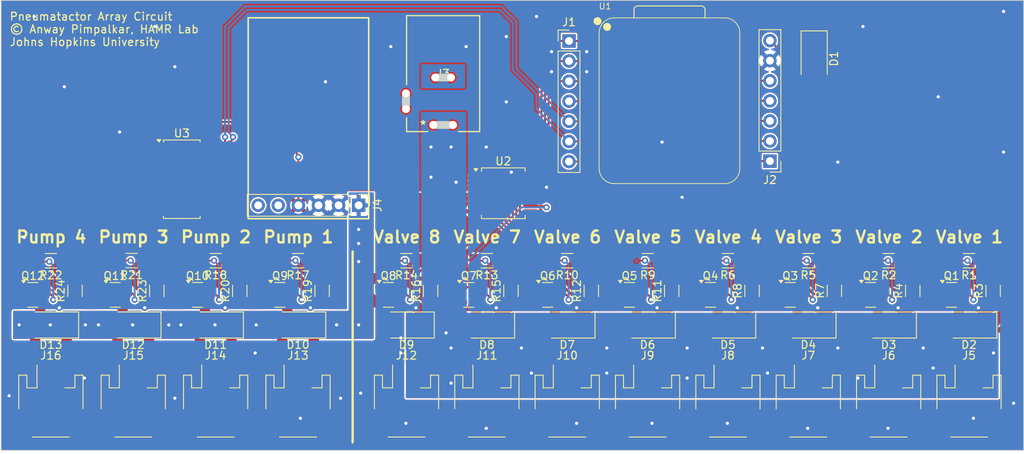
<source format=kicad_pcb>
(kicad_pcb (version 20241229) (generator "pcbnew") (generator_version "9.0")
  (layers (0 "F.Cu" signal) (2 "B.Cu" signal) (13 "F.Paste" user) (15 "B.Paste" user) (5 "F.SilkS" user "F.Silkscreen") (7 "B.SilkS" user "B.Silkscreen") (1 "F.Mask" user) (3 "B.Mask" user) (25 "Edge.Cuts" user))
  (net 0 "")
  (net 1 "5V")
  (net 2 "Net-(D3-A)")
  (net 3 "3.7V")
  (net 4 "GND")
  (net 5 "Net-(D5-A)")
  (net 6 "Net-(D6-A)")
  (net 7 "Net-(D7-A)")
  (net 8 "RCLK")
  (net 9 "SER")
  (net 10 "Net-(J1-Pin_4)")
  (net 11 "SDA")
  (net 12 "SCL")
  (net 13 "Net-(J1-Pin_7)")
  (net 14 "SRCLK")
  (net 15 "Net-(J2-Pin_1)")
  (net 16 "3V3")
  (net 17 "Net-(J2-Pin_3)")
  (net 18 "Net-(J2-Pin_4)")
  (net 19 "Net-(J2-Pin_2)")
  (net 20 "Net-(Q3-S)")
  (net 21 "Net-(Q3-G)")
  (net 22 "Net-(Q4-S)")
  (net 23 "Net-(Q4-G)")
  (net 24 "Net-(Q5-G)")
  (net 25 "Net-(Q5-S)")
  (net 26 "Net-(Q6-G)")
  (net 27 "Net-(Q6-S)")
  (net 28 "QA")
  (net 29 "QC")
  (net 30 "QE")
  (net 31 "QG")
  (net 32 "QB")
  (net 33 "QD")
  (net 34 "QF")
  (net 35 "QH")
  (net 36 "PWM0")
  (net 37 "PWM1")
  (net 38 "PWM2")
  (net 39 "PWM3")
  (net 40 "Net-(D1-K)")
  (net 41 "Net-(D2-A)")
  (net 42 "Net-(D4-A)")
  (net 43 "Net-(D8-A)")
  (net 44 "Net-(D9-A)")
  (net 45 "Net-(D10-A)")
  (net 46 "Net-(D11-A)")
  (net 47 "Net-(D12-A)")
  (net 48 "Net-(D13-A)")
  (net 52 "Net-(Q1-G)")
  (net 53 "Net-(Q1-S)")
  (net 54 "Net-(Q2-G)")
  (net 55 "Net-(Q2-S)")
  (net 56 "Net-(Q7-S)")
  (net 57 "Net-(Q7-G)")
  (net 58 "Net-(Q8-S)")
  (net 59 "Net-(Q8-G)")
  (net 60 "Net-(Q9-G)")
  (net 61 "Net-(Q9-S)")
  (net 62 "Net-(Q10-G)")
  (net 63 "Net-(Q10-S)")
  (net 64 "Net-(Q11-S)")
  (net 65 "Net-(Q11-G)")
  (net 66 "Net-(Q12-G)")
  (net 67 "Net-(Q12-S)")
  (footprint "Resistor_SMD:R_1206_3216Metric_Pad1.30x1.75mm_HandSolder" (layer "F.Cu") (at 78.434892 59.637892 90)
    (property "Reference" "R15")
    (property "Value" "10k")
  )
  (footprint "Connector_JST:JST_PH_S2B-PH-SM4-TB_1x02-1MP_P2.00mm_Horizontal" (layer "F.Cu") (at 65.226892 73.607892)
    (property "Reference" "J12")
    (property "Value" "Valve_1")
  )
  (footprint "Diode_SMD:D_SMA" (layer "F.Cu") (at 126.186892 63.955892 180)
    (property "Reference" "D3")
    (property "Value" "1N5819")
  )
  (footprint "Diode_SMD:D_SMA" (layer "F.Cu") (at 95.706892 63.955892 180)
    (property "Reference" "D6")
    (property "Value" "1N5819")
  )
  (footprint "Connector_JST:JST_PH_S2B-PH-SM4-TB_1x02-1MP_P2.00mm_Horizontal" (layer "F.Cu") (at 136.346892 73.607892)
    (property "Reference" "J5")
    (property "Value" "Valve_1")
  )
  (footprint "Package_TO_SOT_SMD:SOT-23" (layer "F.Cu") (at 73.100892 60.145892)
    (property "Reference" "Q7")
    (property "Value" "IRLML2060")
  )
  (footprint "Resistor_SMD:R_1206_3216Metric_Pad1.30x1.75mm_HandSolder" (layer "F.Cu") (at 126.186892 55.827892 180)
    (property "Reference" "R2")
    (property "Value" "220")
  )
  (footprint "Resistor_SMD:R_1206_3216Metric_Pad1.30x1.75mm_HandSolder" (layer "F.Cu") (at 65.226892 55.827892 180)
    (property "Reference" "R14")
    (property "Value" "220")
  )
  (footprint "Connector_JST:JST_PH_S2B-PH-SM4-TB_1x02-1MP_P2.00mm_Horizontal" (layer "F.Cu") (at 95.706892 73.607892)
    (property "Reference" "J9")
    (property "Value" "Valve_1")
  )
  (footprint "Diode_SMD:D_SMA" (layer "F.Cu") (at 41.096892 63.955892 180)
    (property "Reference" "D11")
    (property "Value" "1N5819")
  )
  (footprint "Connector_JST:JST_PH_S2B-PH-SM4-TB_1x02-1MP_P2.00mm_Horizontal" (layer "F.Cu") (at 20.268892 73.607892)
    (property "Reference" "J16")
    (property "Value" "Pump")
  )
  (footprint "Package_TO_SOT_SMD:SOT-23" (layer "F.Cu") (at 62.940892 60.145892)
    (property "Reference" "Q8")
    (property "Value" "IRLML2060")
  )
  (footprint "Connector_JST:JST_PH_S2B-PH-SM4-TB_1x02-1MP_P2.00mm_Horizontal" (layer "F.Cu") (at 126.186892 73.607892)
    (property "Reference" "J6")
    (property "Value" "Valve_1")
  )
  (footprint "Connector_PinHeader_2.54mm:PinHeader_1x06_P2.54mm_Vertical" (layer "F.Cu") (at 59.178892 48.821892 -90)
    (property "Reference" "J4")
    (property "Value" "Pololu 4873")
  )
  (footprint "Connector_JST:JST_PH_S2B-PH-SM4-TB_1x02-1MP_P2.00mm_Horizontal" (layer "F.Cu") (at 75.386892 73.607892)
    (property "Reference" "J11")
    (property "Value" "Valve_1")
  )
  (footprint "Resistor_SMD:R_1206_3216Metric_Pad1.30x1.75mm_HandSolder" (layer "F.Cu") (at 98.754892 59.637892 90)
    (property "Reference" "R11")
    (property "Value" "10k")
  )
  (footprint "XIAO-ESP32S3:XIAO-ESP32S3-SMD" (layer "F.Cu") (at 98.482256 35.613892)
    (property "Reference" "U1")
    (property "Value" "SeeeduinoXIAO")
  )
  (footprint "Resistor_SMD:R_1206_3216Metric_Pad1.30x1.75mm_HandSolder" (layer "F.Cu") (at 116.026892 55.827892 180)
    (property "Reference" "R5")
    (property "Value" "220")
  )
  (footprint "Diode_SMD:D_SMA" (layer "F.Cu") (at 116.770256 30.279892 -90)
    (property "Reference" "D1")
    (property "Value" "1N5819")
  )
  (footprint "Resistor_SMD:R_1206_3216Metric_Pad1.30x1.75mm_HandSolder" (layer "F.Cu") (at 88.594892 59.637892 90)
    (property "Reference" "R12")
    (property "Value" "10k")
  )
  (footprint "Diode_SMD:D_SMA" (layer "F.Cu") (at 105.866892 63.955892 180)
    (property "Reference" "D5")
    (property "Value" "1N5819")
  )
  (footprint "Connector_JST:JST_PH_S2B-PH-SM4-TB_1x02-1MP_P2.00mm_Horizontal" (layer "F.Cu") (at 85.546892 73.607892)
    (property "Reference" "J10")
    (property "Value" "Valve_1")
  )
  (footprint "Diode_SMD:D_SMA" (layer "F.Cu") (at 116.026892 63.955892 180)
    (property "Reference" "D4")
    (property "Value" "1N5819")
  )
  (footprint "Resistor_SMD:R_1206_3216Metric_Pad1.30x1.75mm_HandSolder" (layer "F.Cu") (at 129.234892 59.637892 90)
    (property "Reference" "R4")
    (property "Value" "10k")
  )
  (footprint "Resistor_SMD:R_1206_3216Metric_Pad1.30x1.75mm_HandSolder" (layer "F.Cu") (at 119.328892 59.637892 90)
    (property "Reference" "R7")
    (property "Value" "10k")
  )
  (footprint "Package_TO_SOT_SMD:SOT-23" (layer "F.Cu") (at 49.224892 60.145892)
    (property "Reference" "Q9")
    (property "Value" "IRLML2060")
  )
  (footprint "Package_TO_SOT_SMD:SOT-23" (layer "F.Cu") (at 83.085392 60.145892)
    (property "Reference" "Q6")
    (property "Value" "IRLML2060")
  )
  (footprint "Resistor_SMD:R_1206_3216Metric_Pad1.30x1.75mm_HandSolder" (layer "F.Cu") (at 54.558892 59.637892 90)
    (property "Reference" "R19")
    (property "Value" "10k")
  )
  (footprint "Connector_PinHeader_2.54mm:PinHeader_1x07_P2.54mm_Vertical" (layer "F.Cu") (at 85.775892 28.044892)
    (property "Reference" "J1")
    (property "Value" "Conn_01x07_Pin")
  )
  (footprint "Package_TO_SOT_SMD:SOT-23" (layer "F.Cu") (at 38.810892 60.145892)
    (property "Reference" "Q10")
    (property "Value" "IRLML2060")
  )
  (footprint "Connector_JST:JST_PH_S2B-PH-SM4-TB_1x02-1MP_P2.00mm_Horizontal" (layer "F.Cu") (at 116.026892 73.607892)
    (property "Reference" "J7")
    (property "Value" "Valve_1")
  )
  (footprint "Diode_SMD:D_SMA" (layer "F.Cu") (at 20.268892 63.955892 180)
    (property "Reference" "D13")
    (property "Value" "1N5819")
  )
  (footprint "Connector_JST:JST_PH_S2B-PH-SM4-TB_1x02-1MP_P2.00mm_Horizontal" (layer "F.Cu") (at 105.866892 73.607892)
    (property "Reference" "J8")
    (property "Value" "Valve_1")
  )
  (footprint "Resistor_SMD:R_1206_3216Metric_Pad1.30x1.75mm_HandSolder" (layer "F.Cu") (at 85.546892 55.827892 180)
    (property "Reference" "R10")
    (property "Value" "220")
  )
  (footprint "Connector_PinHeader_2.54mm:PinHeader_1x07_P2.54mm_Vertical" (layer "F.Cu") (at 111.175892 43.233892 180)
    (property "Reference" "J2")
    (property "Value" "Conn_01x07_Pin")
  )
  (footprint "Resistor_SMD:R_1206_3216Metric_Pad1.30x1.75mm_HandSolder" (layer "F.Cu") (at 108.914892 59.637892 90)
    (property "Reference" "R8")
    (property "Value" "10k")
  )
  (footprint "Package_TO_SOT_SMD:SOT-23" (layer "F.Cu") (at 113.740892 60.145892)
    (property "Reference" "Q3")
    (property "Value" "IRLML2060")
  )
  (footprint "Resistor_SMD:R_1206_3216Metric_Pad1.30x1.75mm_HandSolder" (layer "F.Cu") (at 20.268892 55.827892 180)
    (property "Reference" "R22")
    (property "Value" "220")
  )
  (footprint "Resistor_SMD:R_1206_3216Metric_Pad1.30x1.75mm_HandSolder" (layer "F.Cu") (at 23.316892 59.637892 90)
    (property "Reference" "R24")
    (property "Value" "10k")
  )
  (footprint "Resistor_SMD:R_1206_3216Metric_Pad1.30x1.75mm_HandSolder" (layer "F.Cu") (at 51.510892 55.827892 180)
    (property "Reference" "R17")
    (property "Value" "220")
  )
  (footprint "Diode_SMD:D_SMA" (layer "F.Cu") (at 30.682892 63.955892 180)
    (property "Reference" "D12")
    (property "Value" "1N5819")
  )
  (footprint "Resistor_SMD:R_1206_3216Metric_Pad1.30x1.75mm_HandSolder" (layer "F.Cu") (at 75.386892 55.827892 180)
    (property "Reference" "R13")
    (property "Value" "220")
  )
  (footprint "Package_TO_SOT_SMD:SOT-23" (layer "F.Cu") (at 93.420892 60.145892)
    (property "Reference" "Q5")
    (property "Value" "IRLML2060")
  )
  (footprint "Resistor_SMD:R_1206_3216Metric_Pad1.30x1.75mm_HandSolder" (layer "F.Cu") (at 68.274892 59.637892 90)
    (property "Reference" "R16")
    (property "Value" "10k")
  )
  (footprint "Diode_SMD:D_SMA" (layer "F.Cu") (at 136.346892 63.955892 180)
    (property "Reference" "D2")
    (property "Value" "1N5819")
  )
  (footprint "Resistor_SMD:R_1206_3216Metric_Pad1.30x1.75mm_HandSolder" (layer "F.Cu") (at 41.096892 55.827892 180)
    (property "Reference" "R18")
    (property "Value" "220")
  )
  (footprint "Diode_SMD:D_SMA" (layer "F.Cu") (at 85.546892 63.955892 180)
    (property "Reference" "D7")
    (property "Value" "1N5819")
  )
  (footprint "Resistor_SMD:R_1206_3216Metric_Pad1.30x1.75mm_HandSolder" (layer "F.Cu") (at 136.346892 55.827892 180)
    (property "Reference" "R1")
    (property "Value" "220")
  )
  (footprint "Package_SO:SSOP-16_5.3x6.2mm_P0.65mm" (layer "F.Cu") (at 77.466892 47.297892)
    (property "Reference" "U2")
    (property "Value" "74HC595")
  )
  (footprint "Package_TO_SOT_SMD:SOT-23" (layer "F.Cu") (at 103.659392 60.145892)
    (property "Reference" "Q4")
    (property "Value" "IRLML2060")
  )
  (footprint "Resistor_SMD:R_1206_3216Metric_Pad1.30x1.75mm_HandSolder" (layer "F.Cu") (at 30.476892 55.806892 180)
    (property "Reference" "R21")
    (property "Value" "220")
  )
  (footprint "Package_TO_SOT_SMD:SOT-23" (layer "F.Cu") (at 17.982892 60.145892)
    (property "Reference" "Q12")
    (property "Value" "IRLML2060")
  )
  (footprint "Resistor_SMD:R_1206_3216Metric_Pad1.30x1.75mm_HandSolder" (layer "F.Cu") (at 105.866892 55.827892 180)
    (property "Reference" "R6")
    (property "Value" "220")
  )
  (footprint "Package_TO_SOT_SMD:SOT-23" (layer "F.Cu") (at 134.139392 60.145892)
    (property "Reference" "Q1")
    (property "Value" "IRLML2060")
  )
  (footprint "Connector_JST:JST_PH_S2B-PH-SM4-TB_1x02-1MP_P2.00mm_Horizontal" (layer "F.Cu") (at 51.510892 73.607892)
    (property "Reference" "J13")
    (property "Value" "Pump")
  )
  (footprint "Pneumatactors:PJ-002A_CUD" (layer "F.Cu") (at 69.859603 32.172192)
    (property "Reference" "J3")
    (property "Value" "Barrel_Jack_Switch_Pin3Ring")
    (fp_line (start -4.699 4.4958) (end -4.699 2.4892) (stroke (width 0.9906)) (layer "Edge.Cuts"))
    (fp_line (start -1.257311 6.4897) (end 1.257289 6.4897) (stroke (width 0.9906)) (layer "Edge.Cuts"))
    (fp_line (start -1.0033 0.4953) (end 1.0033 0.4953) (stroke (width 0.9906)) (layer "Edge.Cuts"))
  )
  (footprint "Resistor_SMD:R_1206_3216Metric_Pad1.30x1.75mm_HandSolder" (layer "F.Cu") (at 95.732892 55.827892 180)
    (property "Reference" "R9")
    (property "Value" "220")
  )
  (footprint "Resistor_SMD:R_1206_3216Metric_Pad1.30x1.75mm_HandSolder" (layer "F.Cu") (at 33.651892 59.642292 90)
    (property "Reference" "R23")
    (property "Value" "10k")
  )
  (footprint "Diode_SMD:D_SMA" (layer "F.Cu") (at 65.226892 63.955892 180)
    (property "Reference" "D9")
    (property "Value" "1N5819")
  )
  (footprint "Resistor_SMD:R_1206_3216Metric_Pad1.30x1.75mm_HandSolder" (layer "F.Cu") (at 44.144892 59.637892 90)
    (property "Reference" "R20")
    (property "Value" "10k")
  )
  (footprint "Diode_SMD:D_SMA" (layer "F.Cu") (at 51.510892 63.955892 180)
    (property "Reference" "D10")
    (property "Value" "1N5819")
  )
  (footprint "Resistor_SMD:R_1206_3216Metric_Pad1.30x1.75mm_HandSolder" (layer "F.Cu") (at 139.394892 59.637892 90)
    (property "Reference" "R3")
    (property "Value" "10k")
  )
  (footprint "Package_SO:TSSOP-28_4.4x9.7mm_P0.65mm" (layer "F.Cu") (at 36.826892 45.519892)
    (property "Reference" "U3")
    (property "Value" "PCA9685PW")
  )
  (footprint "Connector_JST:JST_PH_S2B-PH-SM4-TB_1x02-1MP_P2.00mm_Horizontal" (layer "F.Cu") (at 30.682892 73.607892)
    (property "Reference" "J15")
    (property "Value" "Pump")
  )
  (footprint "Diode_SMD:D_SMA" (layer "F.Cu") (at 75.386892 63.955892 180)
    (property "Reference" "D8")
    (property "Value" "1N5819")
  )
  (footprint "Connector_JST:JST_PH_S2B-PH-SM4-TB_1x02-1MP_P2.00mm_Horizontal" (layer "F.Cu") (at 41.096892 73.607892)
    (property "Reference" "J14")
    (property "Value" "Pump")
  )
  (footprint "Package_TO_SOT_SMD:SOT-23" (layer "F.Cu") (at 28.396892 60.145892)
    (property "Reference" "Q11")
    (property "Value" "IRLML2060")
  )
  (footprint "Package_TO_SOT_SMD:SOT-23" (layer "F.Cu") (at 123.900892 60.145892)
    (property "Reference" "Q2")
    (property "Value" "IRLML2060")
  )
  (gr_line (start 58.416892 54.663892) (end 58.416892 78.793892) (stroke (width 0.3)) (layer "F.SilkS"))
  (gr_rect (start 45.208892 25.116892) (end 60.448892 50.516892) (stroke (width 0.2)) (fill no) (layer "F.SilkS"))
  (gr_rect (start 13.966892 22.913892) (end 143.252892 79.809892) (stroke (width 0.1)) (fill no) (layer "Edge.Cuts"))
  (gr_text "Valve 1" (at 136.398 52.832 0) (layer "F.SilkS") (effects (font (size 1.5 1.5) (thickness 0.3) (bold yes))))
  (gr_text "Valve 3" (at 116.078 52.832 0) (layer "F.SilkS") (effects (font (size 1.5 1.5) (thickness 0.3) (bold yes))))
  (gr_text "Pump 4" (at 20.32 52.832 0) (layer "F.SilkS") (effects (font (size 1.5 1.5) (thickness 0.3) (bold yes))))
  (gr_text "Valve 5" (at 95.758 52.832 0) (layer "F.SilkS") (effects (font (size 1.5 1.5) (thickness 0.3) (bold yes))))
  (gr_text "Pump 3" (at 30.734 52.832 0) (layer "F.SilkS") (effects (font (size 1.5 1.5) (thickness 0.3) (bold yes))))
  (gr_text "Pneumatactor Array Circuit\n© Anway Pimpalkar, HAMR Lab\nJohns Hopkins University" (at 14.982892 28.755892 0) (layer "F.SilkS") (effects (font (size 1 1)) (justify left bottom)))
  (gr_text "Valve 7" (at 75.438 52.832 0) (layer "F.SilkS") (effects (font (size 1.5 1.5) (thickness 0.3) (bold yes))))
  (gr_text "Pump 2" (at 41.148 52.832 0) (layer "F.SilkS") (effects (font (size 1.5 1.5) (thickness 0.3) (bold yes))))
  (gr_text "Valve 2" (at 126.238 52.832 0) (layer "F.SilkS") (effects (font (size 1.5 1.5) (thickness 0.3) (bold yes))))
  (gr_text "Pump 1" (at 51.562 52.832 0) (layer "F.SilkS") (effects (font (size 1.5 1.5) (thickness 0.3) (bold yes))))
  (gr_text "Valve 8" (at 65.278 52.832 0) (layer "F.SilkS") (effects (font (size 1.5 1.5) (thickness 0.3) (bold yes))))
  (gr_text "Valve 4" (at 105.918 52.832 0) (layer "F.SilkS") (effects (font (size 1.5 1.5) (thickness 0.3) (bold yes))))
  (gr_text "Valve 6" (at 85.598 52.832 0) (layer "F.SilkS") (effects (font (size 1.5 1.5) (thickness 0.3) (bold yes))))
  (segment (start 39.689392 41.294892) (end 39.689392 38.974392) (width 0.25) (layer "F.Cu") (net 1))
  (segment (start 141.120892 62.050868) (end 139.215868 63.955892) (width 1.3) (layer "F.Cu") (net 1))
  (segment (start 107.866892 69.757892) (end 106.866892 70.757892) (width 1.3) (layer "F.Cu") (net 1))
  (segment (start 97.706892 63.955892) (end 97.706892 69.757892) (width 1.3) (layer "F.Cu") (net 1))
  (segment (start 47.367892 38.280892) (end 51.558892 42.471892) (width 0.25) (layer "F.Cu") (net 1))
  (segment (start 80.879392 45.022892) (end 73.502392 37.645892) (width 0.25) (layer "F.Cu") (net 1))
  (segment (start 107.866892 63.955892) (end 107.866892 69.757892) (width 1.3) (layer "F.Cu") (net 1))
  (segment (start 116.770256 32.279892) (end 116.931892 32.279892) (width 1.3) (layer "F.Cu") (net 1))
  (segment (start 141.120892 51.651256) (end 141.120892 62.050868) (width 1.3) (layer "F.Cu") (net 1))
  (segment (start 87.546892 63.955892) (end 87.546892 69.757892) (width 1.3) (layer "F.Cu") (net 1))
  (segment (start 128.186892 69.757892) (end 127.186892 70.757892) (width 1.3) (layer "F.Cu") (net 1))
  (segment (start 138.346892 63.955892) (end 138.346892 69.757892) (width 1.3) (layer "F.Cu") (net 1))
  (segment (start 121.749528 32.279892) (end 116.770256 32.279892) (width 1.3) (layer "F.Cu") (net 1))
  (segment (start 128.186892 63.955892) (end 128.186892 69.757892) (width 1.3) (layer "F.Cu") (net 1))
  (segment (start 69.232892 63.955892) (end 67.226892 63.955892) (width 0.25) (layer "F.Cu") (net 1))
  (segment (start 111.175892 27.993892) (end 115.461892 32.279892) (width 0.25) (layer "F.Cu") (net 1))
  (segment (start 67.226892 63.955892) (end 67.226892 69.757892) (width 1.3) (layer "F.Cu") (net 1))
  (segment (start 80.879392 48.922892) (end 82.774892 48.922892) (width 0.25) (layer "F.Cu") (net 1))
  (segment (start 73.502392 37.645892) (end 70.749603 37.645892) (width 0.25) (layer "F.Cu") (net 1))
  (segment (start 70.227892 64.950892) (end 69.232892 63.955892) (width 0.25) (layer "F.Cu") (net 1))
  (segment (start 141.120892 51.651256) (end 121.749528 32.279892) (width 1.3) (layer "F.Cu") (net 1))
  (segment (start 51.558892 42.725892) (end 51.558892 48.821892) (width 0.25) (layer "F.Cu") (net 1))
  (segment (start 77.386892 69.757892) (end 76.386892 70.757892) (width 1.3) (layer "F.Cu") (net 1))
  (segment (start 39.689392 38.974392) (end 40.382892 38.280892) (width 0.25) (layer "F.Cu") (net 1))
  (segment (start 51.558892 42.471892) (end 51.558892 42.725892) (width 0.25) (layer "F.Cu") (net 1))
  (segment (start 40.382892 38.280892) (end 47.367892 38.280892) (width 0.25) (layer "F.Cu") (net 1))
  (segment (start 138.346892 69.757892) (end 137.346892 70.757892) (width 1.3) (layer "F.Cu") (net 1))
  (segment (start 70.749603 37.645892) (end 69.859603 38.535892) (width 0.25) (layer "F.Cu") (net 1))
  (segment (start 118.026892 69.757892) (end 117.026892 70.757892) (width 1.3) (layer "F.Cu") (net 1))
  (segment (start 67.226892 69.757892) (end 66.226892 70.757892) (width 1.3) (layer "F.Cu") (net 1))
  (segment (start 139.215868 63.955892) (end 138.346892 63.955892) (width 1.3) (layer "F.Cu") (net 1))
  (segment (start 118.026892 63.955892) (end 118.026892 69.757892) (width 1.3) (layer "F.Cu") (net 1))
  (segment (start 82.774892 48.922892) (end 82.927892 49.075892) (width 0.25) (layer "F.Cu") (net 1))
  (segment (start 77.386892 63.955892) (end 77.386892 69.757892) (width 1.3) (layer "F.Cu") (net 1))
  (segment (start 116.931892 32.279892) (end 117.217892 32.565892) (width 1.3) (layer "F.Cu") (net 1))
  (segment (start 97.706892 69.757892) (end 96.706892 70.757892) (width 1.3) (layer "F.Cu") (net 1))
  (segment (start 115.461892 32.279892) (end 116.770256 32.279892) (width 0.25) (layer "F.Cu") (net 1))
  (segment (start 87.546892 69.757892) (end 86.546892 70.757892) (width 1.3) (layer "F.Cu") (net 1))
  (via (at 70.862892 41.455892) (size 0.8) (drill 0.4) (layers "F.Cu" "B.Cu") (net 1))
  (via (at 130.552892 66.855892) (size 0.8) (drill 0.4) (layers "F.Cu" "B.Cu") (net 1))
  (via (at 122.297892 70.665892) (size 0.8) (drill 0.4) (layers "F.Cu" "B.Cu") (net 1))
  (via (at 51.558892 42.725892) (size 0.8) (drill 0.4) (layers "F.Cu" "B.Cu") (net 1))
  (via (at 79.752892 66.855892) (size 0.8) (drill 0.4) (layers "F.Cu" "B.Cu") (net 1))
  (via (at 81.022892 70.030892) (size 0.8) (drill 0.4) (layers "F.Cu" "B.Cu") (net 1))
  (via (at 139.442892 67.490892) (size 0.8) (drill 0.4) (layers "F.Cu" "B.Cu") (net 1))
  (via (at 68.322892 45.265892) (size 0.8) (drill 0.4) (layers "F.Cu" "B.Cu") (net 1))
  (via (at 70.862892 71.300892) (size 0.8) (drill 0.4) (layers "F.Cu" "B.Cu") (net 1))
  (via (at 70.227892 64.950892) (size 0.8) (drill 0.4) (layers "F.Cu" "B.Cu") (net 1))
  (via (at 131.822892 69.395892) (size 0.8) (drill 0.4) (layers "F.Cu" "B.Cu") (net 1))
  (via (at 70.862892 66.855892) (size 0.8) (drill 0.4) (layers "F.Cu" "B.Cu") (net 1))
  (via (at 90.547892 70.030892) (size 0.8) (drill 0.4) (layers "F.Cu" "B.Cu") (net 1))
  (via (at 82.927892 49.075892) (size 0.8) (drill 0.4) (layers "F.Cu" "B.Cu") (net 1))
  (via (at 90.547892 66.855892) (size 0.8) (drill 0.4) (layers "F.Cu" "B.Cu") (net 1))
  (via (at 100.707892 66.855892) (size 0.8) (drill 0.4) (layers "F.Cu" "B.Cu") (net 1))
  (via (at 71.497892 45.900892) (size 0.8) (drill 0.4) (layers "F.Cu" "B.Cu") (net 1))
  (via (at 110.867892 70.030892) (size 0.8) (drill 0.4) (layers "F.Cu" "B.Cu") (net 1))
  (via (at 110.232892 66.855892) (size 0.8) (drill 0.4) (layers "F.Cu" "B.Cu") (net 1))
  (via (at 119.757892 66.855892) (size 0.8) (drill 0.4) (layers "F.Cu" "B.Cu") (net 1))
  (via (at 100.707892 70.665892) (size 0.8) (drill 0.4) (layers "F.Cu" "B.Cu") (net 1))
  (via (at 68.322892 41.455892) (size 0.8) (drill 0.4) (layers "F.Cu" "B.Cu") (net 1))
  (segment (start 70.227892 58.600892) (end 70.227892 64.950892) (width 0.25) (layer "B.Cu") (net 1))
  (segment (start 82.927892 49.075892) (end 79.752892 49.075892) (width 0.25) (layer "B.Cu") (net 1))
  (segment (start 79.752892 49.075892) (end 70.227892 58.600892) (width 0.25) (layer "B.Cu") (net 1))
  (segment (start 124.186892 69.757892) (end 125.186892 70.757892) (width 1.3) (layer "F.Cu") (net 2))
  (segment (start 124.186892 63.955892) (end 124.186892 69.757892) (width 1.3) (layer "F.Cu") (net 2))
  (segment (start 124.838392 60.145892) (end 124.838392 63.304392) (width 1.3) (layer "F.Cu") (net 2))
  (segment (start 124.838392 63.304392) (end 124.186892 63.955892) (width 1.3) (layer "F.Cu") (net 2))
  (segment (start 53.510892 63.955892) (end 53.510892 69.757892) (width 1.3) (layer "F.Cu") (net 3))
  (segment (start 43.096892 63.955892) (end 43.096892 69.757892) (width 1.3) (layer "F.Cu") (net 3))
  (segment (start 43.096892 69.757892) (end 42.096892 70.757892) (width 1.3) (layer "F.Cu") (net 3))
  (segment (start 32.682892 63.955892) (end 32.682892 69.757892) (width 1.3) (layer "F.Cu") (net 3))
  (segment (start 32.682892 69.757892) (end 31.682892 70.757892) (width 1.3) (layer "F.Cu") (net 3))
  (segment (start 22.268892 69.757892) (end 21.268892 70.757892) (width 1.3) (layer "F.Cu") (net 3))
  (segment (start 22.268892 63.955892) (end 22.268892 69.757892) (width 1.3) (layer "F.Cu") (net 3))
  (segment (start 53.510892 69.757892) (end 52.510892 70.757892) (width 1.3) (layer "F.Cu") (net 3))
  (via (at 24.634892 63.934892) (size 0.8) (drill 0.4) (layers "F.Cu" "B.Cu") (net 3))
  (via (at 56.384892 63.934892) (size 0.8) (drill 0.4) (layers "F.Cu" "B.Cu") (net 3))
  (via (at 59.178892 53.647892) (size 0.8) (drill 0.4) (layers "F.Cu" "B.Cu") (net 3))
  (via (at 35.175892 63.934892) (size 0.8) (drill 0.4) (layers "F.Cu" "B.Cu") (net 3))
  (via (at 41.017892 63.934892) (size 0.8) (drill 0.4) (layers "F.Cu" "B.Cu") (net 3))
  (via (at 16.252892 63.934892) (size 0.8) (drill 0.4) (layers "F.Cu" "B.Cu") (net 3))
  (via (at 30.603892 63.934892) (size 0.8) (drill 0.4) (layers "F.Cu" "B.Cu") (net 3))
  (via (at 59.178892 63.934892) (size 0.8) (drill 0.4) (layers "F.Cu" "B.Cu") (net 3))
  (via (at 36.699892 63.934892) (size 0.8) (drill 0.4) (layers "F.Cu" "B.Cu") (net 3))
  (via (at 26.285892 63.934892) (size 0.8) (drill 0.4) (layers "F.Cu" "B.Cu") (net 3))
  (via (at 59.178892 55.933892) (size 0.8) (drill 0.4) (layers "F.Cu" "B.Cu") (net 3))
  (via (at 59.178892 51.869892) (size 0.8) (drill 0.4) (layers "F.Cu" "B.Cu") (net 3))
  (via (at 46.224892 63.934892) (size 0.8) (drill 0.4) (layers "F.Cu" "B.Cu") (net 3))
  (via (at 20.189892 63.934892) (size 0.8) (drill 0.4) (layers "F.Cu" "B.Cu") (net 3))
  (via (at 105.787892 76.380892) (size 0.8) (drill 0.4) (layers "F.Cu" "B.Cu") (net 4))
  (via (at 53.082892 61.775892) (size 0.8) (drill 0.4) (layers "F.Cu" "B.Cu") (net 4))
  (via (at 16.887892 52.885892) (size 0.8) (drill 0.4) (layers "F.Cu" "B.Cu") (net 4))
  (via (at 88.007892 29.390892) (size 0.8) (drill 0.4) (layers "F.Cu" "B.Cu") (net 4))
  (via (at 75.307892 41.455892) (size 0.8) (drill 0.4) (layers "F.Cu" "B.Cu") (net 4))
  (via (at 141.982892 73.840892) (size 0.8) (drill 0.4) (layers "F.Cu" "B.Cu") (net 4))
  (via (at 33.397892 26.215892) (size 0.8) (drill 0.4) (layers "F.Cu" "B.Cu") (net 4))
  (via (at 107.057892 61.775892) (size 0.8) (drill 0.4) (layers "F.Cu" "B.Cu") (net 4))
  (via (at 115.947892 77.015892) (size 0.8) (drill 0.4) (layers "F.Cu" "B.Cu") (net 4))
  (via (at 72.767892 28.755892) (size 0.8) (drill 0.4) (layers "F.Cu" "B.Cu") (net 4))
  (via (at 96.262892 76.380892) (size 0.8) (drill 0.4) (layers "F.Cu" "B.Cu") (net 4))
  (via (at 32.127892 61.775892) (size 0.8) (drill 0.4) (layers "F.Cu" "B.Cu") (net 4))
  (via (at 86.737892 76.380892) (size 0.8) (drill 0.4) (layers "F.Cu" "B.Cu") (net 4))
  (via (at 65.147892 76.380892) (size 0.8) (drill 0.4) (layers "F.Cu" "B.Cu") (net 4))
  (via (at 21.332892 61.775892) (size 0.8) (drill 0.4) (layers "F.Cu" "B.Cu") (net 4))
  (via (at 64.512892 65.585892) (size 0.8) (drill 0.4) (layers "F.Cu" "B.Cu") (net 4))
  (via (at 21.967892 33.835892) (size 0.8) (drill 0.4) (layers "F.Cu" "B.Cu") (net 4))
  (via (at 137.537892 61.775892) (size 0.8) (drill 0.4) (layers "F.Cu" "B.Cu") (net 4))
  (via (at 14.986 72.898) (size 0.8) (drill 0.4) (layers "F.Cu" "B.Cu") (net 4))
  (via (at 140.712892 42.090892) (size 0.8) (drill 0.4) (layers "F.Cu" "B.Cu") (net 4))
  (via (at 140.712892 24.310892) (size 0.8) (drill 0.4) (layers "F.Cu" "B.Cu") (net 4))
  (via (at 126.107892 77.015892) (size 0.8) (drill 0.4) (layers "F.Cu" "B.Cu") (net 4))
  (via (at 81.657892 24.945892) (size 0.8) (drill 0.4) (layers "F.Cu" "B.Cu") (net 4))
  (via (at 77.847892 35.740892) (size 0.8) (drill 0.4) (layers "F.Cu" "B.Cu") (net 4))
  (via (at 56.892892 73.205892) (size 0.8) (drill 0.4) (layers "F.Cu" "B.Cu") (net 4))
  (via (at 51.812892 75.745892) (size 0.8) (drill 0.4) (layers "F.Cu" "B.Cu") (net 4))
  (via (at 59.432892 72.570892) (size 0.8) (drill 0.4) (layers "F.Cu" "B.Cu") (net 4))
  (via (at 119.757892 43.360892) (size 0.8) (drill 0.4) (layers "F.Cu" "B.Cu") (net 4))
  (via (at 35.937892 73.205892) (size 0.8) (drill 0.4) (layers "F.Cu" "B.Cu") (net 4))
  (via (at 54.987892 33.200892) (size 0.8) (drill 0.4) (layers "F.Cu" "B.Cu") (net 4))
  (via (at 136.902892 75.745892) (size 0.8) (drill 0.4) (layers "F.Cu" "B.Cu") (net 4))
  (via (at 132.457892 35.105892) (size 0.8) (drill 0.4) (layers "F.Cu" "B.Cu") (net 4))
  (via (at 127.377892 61.775892) (size 0.8) (drill 0.4) (layers "F.Cu" "B.Cu") (net 4))
  (via (at 97.532892 40.820892) (size 0.8) (drill 0.4) (layers "F.Cu" "B.Cu") (net 4))
  (via (at 35.937892 31.295892) (size 0.8) (drill 0.4) (layers "F.Cu" "B.Cu") (net 4))
  (via (at 122.932892 26.215892) (size 0.8) (drill 0.4) (layers "F.Cu" "B.Cu") (net 4))
  (via (at 88.007892 31.930892) (size 0.8) (drill 0.4) (layers "F.Cu" "B.Cu") (net 4))
  (via (at 63.242892 28.755892) (size 0.8) (drill 0.4) (layers "F.Cu" "B.Cu") (net 4))
  (via (at 86.737892 61.775892) (size 0.8) (drill 0.4) (layers "F.Cu" "B.Cu") (net 4))
  (via (at 28.952892 39.550892) (size 0.8) (drill 0.4) (layers "F.Cu" "B.Cu") (net 4))
  (via (at 66.417892 61.775892) (size 0.8) (drill 0.4) (layers "F.Cu" "B.Cu") (net 4))
  (via (at 83.562892 29.390892) (size 0.8) (drill 0.4) (layers "F.Cu" "B.Cu") (net 4))
  (via (at 42.287892 61.775892) (size 0.8) (drill 0.4) (layers "F.Cu" "B.Cu") (net 4))
  (via (at 76.577892 61.775892) (size 0.8) (drill 0.4) (layers "F.Cu" "B.Cu") (net 4))
  (via (at 64.512892 67.490892) (size 0.8) (drill 0.4) (layers "F.Cu" "B.Cu") (net 4))
  (via (at 96.897892 61.775892) (size 0.8) (drill 0.4) (layers "F.Cu" "B.Cu") (net 4))
  (via (at 100.072892 47.805892) (size 0.8) (drill 0.4) (layers "F.Cu" "B.Cu") (net 4))
  (via (at 83.562892 31.930892) (size 0.8) (drill 0.4) (layers "F.Cu" "B.Cu") (net 4))
  (via (at 78.482892 44.630892) (size 0.8) (drill 0.4) (layers "F.Cu" "B.Cu") (net 4))
  (via (at 24.507892 70.665892) (size 0.8) (drill 0.4) (layers "F.Cu" "B.Cu") (net 4))
  (via (at 75.307892 77.015892) (size 0.8) (drill 0.4) (layers "F.Cu" "B.Cu") (net 4))
  (via (at 46.097892 67.490892) (size 0.8) (drill 0.4) (layers "F.Cu" "B.Cu") (net 4))
  (via (at 117.217892 61.775892) (size 0.8) (drill 0.4) (layers "F.Cu" "B.Cu") (net 4))
  (via (at 18.157892 24.945892) (size 0.8) (drill 0.4) (layers "F.Cu" "B.Cu") (net 4))
  (via (at 82.927892 46.535892) (size 0.8) (drill 0.4) (layers "F.Cu" "B.Cu") (net 4))
  (via (at 77.847892 27.485892) (size 0.8) (drill 0.4) (layers "F.Cu" "B.Cu") (net 4))
  (segment (start 104.596892 60.145892) (end 104.596892 63.225892) (width 1.3) (layer "F.Cu") (net 5))
  (segment (start 103.866892 69.757892) (end 104.866892 70.757892) (width 1.3) (layer "F.Cu") (net 5))
  (segment (start 103.866892 63.955892) (end 103.866892 69.757892) (width 1.3) (layer "F.Cu") (net 5))
  (segment (start 104.596892 63.225892) (end 103.866892 63.955892) (width 1.3) (layer "F.Cu") (net 5))
  (segment (start 94.358392 63.304392) (end 94.358392 60.145892) (width 1.3) (layer "F.Cu") (net 6))
  (segment (start 93.706892 69.757892) (end 94.706892 70.757892) (width 1.3) (layer "F.Cu") (net 6))
  (segment (start 93.706892 63.955892) (end 94.358392 63.304392) (width 1.3) (layer "F.Cu") (net 6))
  (segment (start 93.706892 63.955892) (end 93.706892 69.757892) (width 1.3) (layer "F.Cu") (net 6))
  (segment (start 83.546892 69.757892) (end 84.546892 70.757892) (width 1.3) (layer "F.Cu") (net 7))
  (segment (start 84.022892 60.145892) (end 84.022892 63.479892) (width 1.3) (layer "F.Cu") (net 7))
  (segment (start 83.546892 63.955892) (end 83.546892 69.757892) (width 1.3) (layer "F.Cu") (net 7))
  (segment (start 84.022892 63.479892) (end 83.546892 63.955892) (width 1.3) (layer "F.Cu") (net 7))
  (segment (start 84.197892 46.535892) (end 82.743892 45.081892) (width 0.25) (layer "F.Cu") (net 8))
  (segment (start 84.197892 47.170892) (end 84.197892 46.535892) (width 0.25) (layer "F.Cu") (net 8))
  (segment (start 81.766891 47.622892) (end 81.768624 47.624625) (width 0.25) (layer "F.Cu") (net 8))
  (segment (start 83.638892 30.584892) (end 85.775892 30.584892) (width 0.25) (layer "F.Cu") (net 8))
  (segment (start 90.416892 30.584892) (end 90.420892 30.580892) (width 0.25) (layer "F.Cu") (net 8))
  (segment (start 85.775892 30.584892) (end 90.416892 30.584892) (width 0.25) (layer "F.Cu") (net 8))
  (segment (start 80.879392 47.622892) (end 81.766891 47.622892) (width 0.25) (layer "F.Cu") (net 8))
  (segment (start 81.844356 47.548892) (end 83.819892 47.548892) (width 0.25) (layer "F.Cu") (net 8))
  (segment (start 82.743892 31.479892) (end 83.638892 30.584892) (width 0.25) (layer "F.Cu") (net 8))
  (segment (start 83.819892 47.548892) (end 84.197892 47.170892) (width 0.25) (layer "F.Cu") (net 8))
  (segment (start 82.743892 45.081892) (end 82.743892 31.479892) (width 0.25) (layer "F.Cu") (net 8))
  (segment (start 81.768624 47.624625) (end 81.844356 47.548892) (width 0.25) (layer "F.Cu") (net 8))
  (segment (start 90.416892 28.044892) (end 90.420892 28.040892) (width 0.25) (layer "F.Cu") (net 9))
  (segment (start 82.292892 45.796891) (end 82.292892 29.390892) (width 0.25) (layer "F.Cu") (net 9))
  (segment (start 81.766891 46.322892) (end 82.292892 45.796891) (width 0.25) (layer "F.Cu") (net 9))
  (segment (start 80.879392 46.322892) (end 81.766891 46.322892) (width 0.25) (layer "F.Cu") (net 9))
  (segment (start 83.638892 28.044892) (end 85.775892 28.044892) (width 0.25) (layer "F.Cu") (net 9))
  (segment (start 82.292892 29.390892) (end 83.638892 28.044892) (width 0.25) (layer "F.Cu") (net 9))
  (segment (start 85.775892 28.044892) (end 90.416892 28.044892) (width 0.25) (layer "F.Cu") (net 9))
  (segment (start 85.775892 35.664892) (end 90.416892 35.664892) (width 0.25) (layer "F.Cu") (net 10))
  (segment (start 90.416892 35.664892) (end 90.420892 35.660892) (width 0.25) (layer "F.Cu") (net 10))
  (segment (start 41.161082 41.944892) (end 42.287892 40.818082) (width 0.25) (layer "F.Cu") (net 11))
  (segment (start 89.992892 38.200892) (end 89.988892 38.204892) (width 0.25) (layer "F.Cu") (net 11))
  (segment (start 89.988892 38.204892) (end 85.775892 38.204892) (width 0.25) (layer "F.Cu") (net 11))
  (segment (start 90.420892 38.200892) (end 89.992892 38.200892) (width 0.25) (layer "F.Cu") (net 11))
  (segment (start 42.287892 40.818082) (end 42.287892 40.185892) (width 0.25) (layer "F.Cu") (net 11))
  (segment (start 39.689392 41.944892) (end 41.161082 41.944892) (width 0.25) (layer "F.Cu") (net 11))
  (via (at 42.287892 40.185892) (size 0.8) (drill 0.4) (layers "F.Cu" "B.Cu") (net 11))
  (segment (start 79.117892 25.580892) (end 79.117892 31.546892) (width 0.25) (layer "B.Cu") (net 11))
  (segment (start 42.287892 26.215892) (end 44.827892 23.675892) (width 0.25) (layer "B.Cu") (net 11))
  (segment (start 42.287892 40.185892) (end 42.287892 26.215892) (width 0.25) (layer "B.Cu") (net 11))
  (segment (start 44.827892 23.675892) (end 77.212892 23.675892) (width 0.25) (layer "B.Cu") (net 11))
  (segment (start 79.117892 31.546892) (end 85.775892 38.204892) (width 0.25) (layer "B.Cu") (net 11))
  (segment (start 77.212892 23.675892) (end 79.117892 25.580892) (width 0.25) (layer "B.Cu") (net 11))
  (segment (start 90.420892 40.740892) (end 85.779892 40.740892) (width 0.25) (layer "F.Cu") (net 12))
  (segment (start 39.689392 42.594892) (end 41.148892 42.594892) (width 0.25) (layer "F.Cu") (net 12))
  (segment (start 41.148892 42.594892) (end 43.287895 40.455889) (width 0.25) (layer "F.Cu") (net 12))
  (segment (start 85.779892 40.740892) (end 85.775892 40.744892) (width 0.25) (layer "F.Cu") (net 12))
  (segment (start 43.287895 40.455889) (end 43.287895 40.185892) (width 0.25) (layer "F.Cu") (net 12))
  (via (at 43.287895 40.185892) (size 0.8) (drill 0.4) (layers "F.Cu" "B.Cu") (net 12))
  (segment (start 43.287895 40.185892) (end 43.013892 39.911889) (width 0.25) (layer "B.Cu") (net 12))
  (segment (start 42.738892 39.610172) (end 42.738892 26.402702) (width 0.25) (layer "B.Cu") (net 12))
  (segment (start 43.013892 39.911889) (end 43.013892 39.885172) (width 0.25) (layer "B.Cu") (net 12))
  (segment (start 78.666892 25.767702) (end 78.666892 31.733702) (width 0.25) (layer "B.Cu") (net 12))
  (segment (start 45.014702 24.126892) (end 77.026082 24.126892) (width 0.25) (layer "B.Cu") (net 12))
  (segment (start 77.026082 24.126892) (end 78.666892 25.767702) (width 0.25) (layer "B.Cu") (net 12))
  (segment (start 78.666892 31.733702) (end 81.657892 34.724702) (width 0.25) (layer "B.Cu") (net 12))
  (segment (start 43.013892 39.885172) (end 42.738892 39.610172) (width 0.25) (layer "B.Cu") (net 12))
  (segment (start 81.657892 34.724702) (end 81.657892 36.626892) (width 0.25) (layer "B.Cu") (net 12))
  (segment (start 42.738892 26.402702) (end 45.014702 24.126892) (width 0.25) (layer "B.Cu") (net 12))
  (segment (start 81.657892 36.626892) (end 85.775892 40.744892) (width 0.25) (layer "B.Cu") (net 12))
  (segment (start 85.775892 43.284892) (end 90.416892 43.284892) (width 0.25) (layer "F.Cu") (net 13))
  (segment (start 90.416892 43.284892) (end 90.420892 43.280892) (width 0.25) (layer "F.Cu") (net 13))
  (segment (start 84.006702 47.999892) (end 82.031166 47.999892) (width 0.25) (layer "F.Cu") (net 14))
  (segment (start 85.775892 33.124892) (end 90.416892 33.124892) (width 0.25) (layer "F.Cu") (net 14))
  (segment (start 83.194892 44.895082) (end 84.648892 46.349082) (width 0.25) (layer "F.Cu") (net 14))
  (segment (start 90.416892 33.124892) (end 90.420892 33.120892) (width 0.25) (layer "F.Cu") (net 14))
  (segment (start 81.832166 48.198892) (end 80.953392 48.198892) (width 0.25) (layer "F.Cu") (net 14))
  (segment (start 83.194892 34.019892) (end 83.194892 44.895082) (width 0.25) (layer "F.Cu") (net 14))
  (segment (start 85.775892 33.124892) (end 84.089892 33.124892) (width 0.25) (layer "F.Cu") (net 14))
  (segment (start 84.648892 46.349082) (end 84.648892 47.357702) (width 0.25) (layer "F.Cu") (net 14))
  (segment (start 80.953392 48.198892) (end 80.879392 48.272892) (width 0.25) (layer "F.Cu") (net 14))
  (segment (start 82.031166 47.999892) (end 81.832166 48.198892) (width 0.25) (layer "F.Cu") (net 14))
  (segment (start 84.089892 33.124892) (end 83.194892 34.019892) (width 0.25) (layer "F.Cu") (net 14))
  (segment (start 84.648892 47.357702) (end 84.006702 47.999892) (width 0.25) (layer "F.Cu") (net 14))
  (segment (start 106.632892 43.233892) (end 106.585892 43.280892) (width 0.25) (layer "F.Cu") (net 15))
  (segment (start 111.175892 43.233892) (end 106.632892 43.233892) (width 0.25) (layer "F.Cu") (net 15))
  (segment (start 111.175892 33.073892) (end 106.632892 33.073892) (width 0.25) (layer "F.Cu") (net 16))
  (segment (start 106.632892 33.073892) (end 106.585892 33.120892) (width 0.25) (layer "F.Cu") (net 16))
  (segment (start 106.632892 38.153892) (end 106.585892 38.200892) (width 0.25) (layer "F.Cu") (net 17))
  (segment (start 111.175892 38.153892) (end 106.632892 38.153892) (width 0.25) (layer "F.Cu") (net 17))
  (segment (start 111.175892 35.613892) (end 106.632892 35.613892) (width 0.25) (layer "F.Cu") (net 18))
  (segment (start 106.632892 35.613892) (end 106.585892 35.660892) (width 0.25) (layer "F.Cu") (net 18))
  (segment (start 111.175892 40.693892) (end 106.632892 40.693892) (width 0.25) (layer "F.Cu") (net 19))
  (segment (start 106.632892 40.693892) (end 106.585892 40.740892) (width 0.25) (layer "F.Cu") (net 19))
  (segment (start 116.185892 58.044892) (end 119.328892 61.187892) (width 1.3) (layer "F.Cu") (net 20))
  (segment (start 111.797108 58.044892) (end 116.185892 58.044892) (width 1.3) (layer "F.Cu") (net 20))
  (segment (start 112.065893 61.095892) (end 111.214892 60.244891) (width 1.3) (layer "F.Cu") (net 20))
  (segment (start 111.214892 60.244891) (end 111.214892 58.627108) (width 1.3) (layer "F.Cu") (net 20))
  (segment (start 112.803392 61.095892) (end 112.065893 61.095892) (width 1.3) (layer "F.Cu") (net 20))
  (segment (start 111.214892 58.627108) (end 111.797108 58.044892) (width 1.3) (layer "F.Cu") (net 20))
  (segment (start 114.497892 55.806892) (end 114.476892 55.827892) (width 0.25) (layer "F.Cu") (net 21))
  (segment (start 115.820892 55.806892) (end 114.497892 55.806892) (width 0.25) (layer "F.Cu") (net 21))
  (segment (start 112.803392 59.195892) (end 112.829392 59.169892) (width 0.25) (layer "F.Cu") (net 21))
  (segment (start 115.117214 59.169892) (end 116.582892 60.63557) (width 0.25) (layer "F.Cu") (net 21))
  (segment (start 112.829392 59.169892) (end 115.117214 59.169892) (width 0.25) (layer "F.Cu") (net 21))
  (segment (start 116.582892 60.63557) (end 116.582892 60.759892) (width 0.25) (layer "F.Cu") (net 21))
  (via (at 115.820892 55.806892) (size 0.8) (drill 0.4) (layers "F.Cu" "B.Cu") (net 21))
  (via (at 116.582892 60.759892) (size 0.8) (drill 0.4) (layers "F.Cu" "B.Cu") (net 21))
  (segment (start 116.582892 56.568892) (end 115.820892 55.806892) (width 0.25) (layer "B.Cu") (net 21))
  (segment (start 116.582892 60.759892) (end 116.582892 56.568892) (width 0.25) (layer "B.Cu") (net 21))
  (segment (start 105.771892 58.044892) (end 108.914892 61.187892) (width 1.3) (layer "F.Cu") (net 22))
  (segment (start 101.133392 58.627108) (end 101.715608 58.044892) (width 1.3) (layer "F.Cu") (net 22))
  (segment (start 102.721892 61.095892) (end 101.984393 61.095892) (width 1.3) (layer "F.Cu") (net 22))
  (segment (start 101.715608 58.044892) (end 105.771892 58.044892) (width 1.3) (layer "F.Cu") (net 22))
  (segment (start 101.984393 61.095892) (end 101.133392 60.244891) (width 1.3) (layer "F.Cu") (net 22))
  (segment (start 101.133392 60.244891) (end 101.133392 58.627108) (width 1.3) (layer "F.Cu") (net 22))
  (segment (start 105.660892 55.806892) (end 104.337892 55.806892) (width 0.25) (layer "F.Cu") (net 23))
  (segment (start 106.295892 60.43007) (end 106.295892 60.759892) (width 0.25) (layer "F.Cu") (net 23))
  (segment (start 105.035714 59.169892) (end 106.295892 60.43007) (width 0.25) (layer "F.Cu") (net 23))
  (segment (start 104.337892 55.806892) (end 104.316892 55.827892) (width 0.25) (layer "F.Cu") (net 23))
  (segment (start 102.747892 59.169892) (end 105.035714 59.169892) (width 0.25) (layer "F.Cu") (net 23))
  (segment (start 102.721892 59.195892) (end 102.747892 59.169892) (width 0.25) (layer "F.Cu") (net 23))
  (via (at 105.660892 55.806892) (size 0.8) (drill 0.4) (layers "F.Cu" "B.Cu") (net 23))
  (via (at 106.295892 60.759892) (size 0.8) (drill 0.4) (layers "F.Cu" "B.Cu") (net 23))
  (segment (start 106.295892 60.759892) (end 106.295892 56.441892) (width 0.25) (layer "B.Cu") (net 23))
  (segment (start 106.295892 56.441892) (end 105.660892 55.806892) (width 0.25) (layer "B.Cu") (net 23))
  (segment (start 95.352892 55.827892) (end 95.373892 55.806892) (width 0.25) (layer "F.Cu") (net 24))
  (segment (start 94.182892 55.827892) (end 95.352892 55.827892) (width 0.25) (layer "F.Cu") (net 24))
  (segment (start 96.135892 60.50857) (end 96.135892 60.759892) (width 0.25) (layer "F.Cu") (net 24))
  (segment (start 94.797214 59.169892) (end 96.135892 60.50857) (width 0.25) (layer "F.Cu") (net 24))
  (segment (start 92.483392 59.195892) (end 92.509392 59.169892) (width 0.25) (layer "F.Cu") (net 24))
  (segment (start 92.509392 59.169892) (end 94.797214 59.169892) (width 0.25) (layer "F.Cu") (net 24))
  (via (at 96.135892 60.759892) (size 0.8) (drill 0.4) (layers "F.Cu" "B.Cu") (net 24))
  (via (at 95.373892 55.806892) (size 0.8) (drill 0.4) (layers "F.Cu" "B.Cu") (net 24))
  (segment (start 95.500892 55.806892) (end 95.373892 55.806892) (width 0.25) (layer "B.Cu") (net 24))
  (segment (start 96.135892 56.441892) (end 95.500892 55.806892) (width 0.25) (layer "B.Cu") (net 24))
  (segment (start 96.135892 60.759892) (end 96.135892 56.441892) (width 0.25) (layer "B.Cu") (net 24))
  (segment (start 94.357892 55.806892) (end 94.230892 55.933892) (width 0.25) (layer "B.Cu") (net 24))
  (segment (start 92.483392 61.095892) (end 91.745893 61.095892) (width 1.3) (layer "F.Cu") (net 25))
  (segment (start 90.894892 60.244891) (end 90.894892 58.627108) (width 1.3) (layer "F.Cu") (net 25))
  (segment (start 91.745893 61.095892) (end 90.894892 60.244891) (width 1.3) (layer "F.Cu") (net 25))
  (segment (start 91.477108 58.044892) (end 95.611892 58.044892) (width 1.3) (layer "F.Cu") (net 25))
  (segment (start 95.611892 58.044892) (end 98.754892 61.187892) (width 1.3) (layer "F.Cu") (net 25))
  (segment (start 90.894892 58.627108) (end 91.477108 58.044892) (width 1.3) (layer "F.Cu") (net 25))
  (segment (start 84.017892 55.806892) (end 83.996892 55.827892) (width 0.25) (layer "F.Cu") (net 26))
  (segment (start 82.147892 59.195892) (end 82.173892 59.169892) (width 0.25) (layer "F.Cu") (net 26))
  (segment (start 85.721892 60.43007) (end 85.721892 60.759892) (width 0.25) (layer "F.Cu") (net 26))
  (segment (start 82.173892 59.169892) (end 84.461714 59.169892) (width 0.25) (layer "F.Cu") (net 26))
  (segment (start 84.461714 59.169892) (end 85.721892 60.43007) (width 0.25) (layer "F.Cu") (net 26))
  (segment (start 85.213892 55.806892) (end 84.017892 55.806892) (width 0.25) (layer "F.Cu") (net 26))
  (via (at 85.721892 60.759892) (size 0.8) (drill 0.4) (layers "F.Cu" "B.Cu") (net 26))
  (via (at 85.213892 55.806892) (size 0.8) (drill 0.4) (layers "F.Cu" "B.Cu") (net 26))
  (segment (start 85.721892 60.759892) (end 85.721892 56.314892) (width 0.25) (layer "B.Cu") (net 26))
  (segment (start 85.721892 56.314892) (end 85.213892 55.806892) (width 0.25) (layer "B.Cu") (net 26))
  (segment (start 82.147892 61.095892) (end 81.410393 61.095892) (width 1.3) (layer "F.Cu") (net 27))
  (segment (start 85.451892 58.044892) (end 88.594892 61.187892) (width 1.3) (layer "F.Cu") (net 27))
  (segment (start 81.410393 61.095892) (end 80.559392 60.244891) (width 1.3) (layer "F.Cu") (net 27))
  (segment (start 80.559392 60.244891) (end 80.559392 58.627108) (width 1.3) (layer "F.Cu") (net 27))
  (segment (start 80.559392 58.627108) (end 81.141608 58.044892) (width 1.3) (layer "F.Cu") (net 27))
  (segment (start 81.141608 58.044892) (end 85.451892 58.044892) (width 1.3) (layer "F.Cu") (net 27))
  (segment (start 79.568892 46.095893) (end 79.568892 50.145032) (width 0.25) (layer "F.Cu") (net 28))
  (segment (start 79.568892 50.145032) (end 79.769752 50.345892) (width 0.25) (layer "F.Cu") (net 28))
  (segment (start 79.991893 45.672892) (end 79.568892 46.095893) (width 0.25) (layer "F.Cu") (net 28))
  (segment (start 79.769752 50.345892) (end 134.362892 50.345892) (width 0.25) (layer "F.Cu") (net 28))
  (segment (start 137.896892 55.827892) (end 137.896892 53.879892) (width 0.25) (layer "F.Cu") (net 28))
  (segment (start 134.362892 50.345892) (end 133.092892 50.345892) (width 0.25) (layer "F.Cu") (net 28))
  (segment (start 80.879392 45.672892) (end 79.991893 45.672892) (width 0.25) (layer "F.Cu") (net 28))
  (segment (start 137.896892 53.879892) (end 134.362892 50.345892) (width 0.25) (layer "F.Cu") (net 28))
  (segment (start 79.396132 51.247892) (end 78.666892 50.518652) (width 0.25) (layer "F.Cu") (net 29))
  (segment (start 78.666892 50.518652) (end 78.666892 46.722702) (width 0.25) (layer "F.Cu") (net 29))
  (segment (start 112.996892 51.247892) (end 79.396132 51.247892) (width 0.25) (layer "F.Cu") (net 29))
  (segment (start 78.666892 46.722702) (end 77.617082 45.672892) (width 0.25) (layer "F.Cu") (net 29))
  (segment (start 77.617082 45.672892) (end 74.054392 45.672892) (width 0.25) (layer "F.Cu") (net 29))
  (segment (start 117.576892 55.827892) (end 112.996892 51.247892) (width 0.25) (layer "F.Cu") (net 29))
  (segment (start 93.604892 52.149892) (end 79.019702 52.149892) (width 0.25) (layer "F.Cu") (net 30))
  (segment (start 97.282892 55.827892) (end 93.604892 52.149892) (width 0.25) (layer "F.Cu") (net 30))
  (segment (start 77.641462 46.972892) (end 74.054392 46.972892) (width 0.25) (layer "F.Cu") (net 30))
  (segment (start 78.749892 51.877272) (end 77.764892 50.892272) (width 0.25) (layer "F.Cu") (net 30))
  (segment (start 78.749892 51.880082) (end 78.749892 51.877272) (width 0.25) (layer "F.Cu") (net 30))
  (segment (start 77.764892 50.892272) (end 77.764892 47.096322) (width 0.25) (layer "F.Cu") (net 30))
  (segment (start 77.764892 47.096322) (end 77.641462 46.972892) (width 0.25) (layer "F.Cu") (net 30))
  (segment (start 79.019702 52.149892) (end 78.749892 51.880082) (width 0.25) (layer "F.Cu") (net 30))
  (segment (start 77.847892 52.250892) (end 76.862892 51.265892) (width 0.25) (layer "F.Cu") (net 31))
  (segment (start 76.936892 55.827892) (end 77.847892 54.916892) (width 0.25) (layer "F.Cu") (net 31))
  (segment (start 76.862892 48.272892) (end 74.054392 48.272892) (width 0.25) (layer "F.Cu") (net 31))
  (segment (start 76.862892 51.265892) (end 76.862892 48.272892) (width 0.25) (layer "F.Cu") (net 31))
  (segment (start 77.847892 54.916892) (end 77.847892 52.250892) (width 0.25) (layer "F.Cu") (net 31))
  (segment (start 79.117892 46.535892) (end 77.604892 45.022892) (width 0.25) (layer "F.Cu") (net 32))
  (segment (start 79.582942 50.796892) (end 79.117892 50.331842) (width 0.25) (layer "F.Cu") (net 32))
  (segment (start 79.117892 50.331842) (end 79.117892 46.535892) (width 0.25) (layer "F.Cu") (net 32))
  (segment (start 77.604892 45.022892) (end 74.054392 45.022892) (width 0.25) (layer "F.Cu") (net 32))
  (segment (start 122.705892 50.796892) (end 79.582942 50.796892) (width 0.25) (layer "F.Cu") (net 32))
  (segment (start 127.736892 55.827892) (end 122.705892 50.796892) (width 0.25) (layer "F.Cu") (net 32))
  (segment (start 79.200892 51.690462) (end 78.215892 50.705462) (width 0.25) (layer "F.Cu") (net 33))
  (segment (start 107.416892 55.827892) (end 103.287892 51.698892) (width 0.25) (layer "F.Cu") (net 33))
  (segment (start 78.215892 46.909512) (end 77.629272 46.322892) (width 0.25) (layer "F.Cu") (net 33))
  (segment (start 79.200892 51.693272) (end 79.200892 51.690462) (width 0.25) (layer "F.Cu") (net 33))
  (segment (start 77.629272 46.322892) (end 74.054392 46.322892) (width 0.25) (layer "F.Cu") (net 33))
  (segment (start 78.215892 50.705462) (end 78.215892 46.909512) (width 0.25) (layer "F.Cu") (net 33))
  (segment (start 79.206512 51.698892) (end 79.200892 51.693272) (width 0.25) (layer "F.Cu") (net 33))
  (segment (start 103.287892 51.698892) (end 79.206512 51.698892) (width 0.25) (layer "F.Cu") (net 33))
  (segment (start 87.096892 55.827892) (end 83.869892 52.600892) (width 0.25) (layer "F.Cu") (net 34))
  (segment (start 78.298892 52.064082) (end 77.313892 51.079082) (width 0.25) (layer "F.Cu") (net 34))
  (segment (start 78.832892 52.600892) (end 78.298892 52.066892) (width 0.25) (layer "F.Cu") (net 34))
  (segment (start 77.313892 51.079082) (end 77.313892 47.622892) (width 0.25) (layer "F.Cu") (net 34))
  (segment (start 78.298892 52.066892) (end 78.298892 52.064082) (width 0.25) (layer "F.Cu") (net 34))
  (segment (start 83.869892 52.600892) (end 78.832892 52.600892) (width 0.25) (layer "F.Cu") (net 34))
  (segment (start 77.313892 47.622892) (end 74.054392 47.622892) (width 0.25) (layer "F.Cu") (net 34))
  (segment (start 66.776892 55.827892) (end 70.929892 55.827892) (width 0.25) (layer "F.Cu") (net 35))
  (segment (start 70.929892 55.827892) (end 76.411892 50.345892) (width 0.25) (layer "F.Cu") (net 35))
  (segment (start 76.411892 50.345892) (end 76.411892 49.075892) (width 0.25) (layer "F.Cu") (net 35))
  (segment (start 76.411892 49.075892) (end 76.258892 48.922892) (width 0.25) (layer "F.Cu") (net 35))
  (segment (start 76.258892 48.922892) (end 74.054392 48.922892) (width 0.25) (layer "F.Cu") (net 35))
  (segment (start 37.588892 51.107892) (end 39.366892 52.885892) (width 0.25) (layer "F.Cu") (net 36))
  (segment (start 50.796892 52.885892) (end 53.060892 55.149892) (width 0.25) (layer "F.Cu") (net 36))
  (segment (start 33.964392 44.544892) (end 34.701891 44.544892) (width 0.25) (layer "F.Cu") (net 36))
  (segment (start 39.366892 52.885892) (end 50.796892 52.885892) (width 0.25) (layer "F.Cu") (net 36))
  (segment (start 53.060892 55.149892) (end 53.060892 55.827892) (width 0.25) (layer "F.Cu") (net 36))
  (segment (start 37.588892 47.431893) (end 37.588892 51.107892) (width 0.25) (layer "F.Cu") (net 36))
  (segment (start 34.701891 44.544892) (end 37.588892 47.431893) (width 0.25) (layer "F.Cu") (net 36))
  (segment (start 37.137892 47.675666) (end 37.137892 51.294702) (width 0.25) (layer "F.Cu") (net 37))
  (segment (start 39.237082 53.393892) (end 40.890892 53.393892) (width 0.25) (layer "F.Cu") (net 37))
  (segment (start 34.657118 45.194892) (end 37.137892 47.675666) (width 0.25) (layer "F.Cu") (net 37))
  (segment (start 37.137892 51.294702) (end 39.237082 53.393892) (width 0.25) (layer "F.Cu") (net 37))
  (segment (start 33.964392 45.194892) (end 34.657118 45.194892) (width 0.25) (layer "F.Cu") (net 37))
  (segment (start 40.890892 53.393892) (end 42.646892 55.149892) (width 0.25) (layer "F.Cu") (net 37))
  (segment (start 42.646892 55.149892) (end 42.646892 55.827892) (width 0.25) (layer "F.Cu") (net 37))
  (segment (start 36.686892 51.107892) (end 32.026892 55.767892) (width 0.25) (layer "F.Cu") (net 38))
  (segment (start 34.657118 45.844892) (end 36.686892 47.874666) (width 0.25) (layer "F.Cu") (net 38))
  (segment (start 36.686892 47.874666) (end 36.686892 51.107892) (width 0.25) (layer "F.Cu") (net 38))
  (segment (start 33.964392 45.844892) (end 34.657118 45.844892) (width 0.25) (layer "F.Cu") (net 38))
  (segment (start 32.026892 55.767892) (end 32.026892 55.806892) (width 0.25) (layer "F.Cu") (net 38))
  (segment (start 34.271082 52.885892) (end 25.777892 52.885892) (width 0.25) (layer "F.Cu") (net 39))
  (segment (start 36.235892 48.073666) (end 36.235892 50.921082) (width 0.25) (layer "F.Cu") (net 39))
  (segment (start 25.777892 52.885892) (end 22.835892 55.827892) (width 0.25) (layer "F.Cu") (net 39))
  (segment (start 34.657118 46.494892) (end 36.235892 48.073666) (width 0.25) (layer "F.Cu") (net 39))
  (segment (start 22.835892 55.827892) (end 21.818892 55.827892) (width 0.25) (layer "F.Cu") (net 39))
  (segment (start 36.235892 50.921082) (end 34.271082 52.885892) (width 0.25) (layer "F.Cu") (net 39))
  (segment (start 33.964392 46.494892) (end 34.657118 46.494892) (width 0.25) (layer "F.Cu") (net 39))
  (segment (start 116.770256 28.279892) (end 113.436256 24.945892) (width 1.3) (layer "F.Cu") (net 40))
  (segment (start 113.436256 24.945892) (end 109.680892 24.945892) (width 1.3) (layer "F.Cu") (net 40))
  (segment (start 109.680892 24.945892) (end 106.585892 28.040892) (width 1.3) (layer "F.Cu") (net 40))
  (segment (start 135.076892 63.225892) (end 135.076892 60.145892) (width 1.3) (layer "F.Cu") (net 41))
  (segment (start 134.346892 63.955892) (end 135.076892 63.225892) (width 1.3) (layer "F.Cu") (net 41))
  (segment (start 134.346892 63.955892) (end 134.346892 69.757892) (width 1.3) (layer "F.Cu") (net 41))
  (segment (start 134.346892 69.757892) (end 135.346892 70.757892) (width 1.3) (layer "F.Cu") (net 41))
  (segment (start 114.026892 63.955892) (end 114.026892 69.757892) (width 1.3) (layer "F.Cu") (net 42))
  (segment (start 114.026892 69.757892) (end 115.026892 70.757892) (width 1.3) (layer "F.Cu") (net 42))
  (segment (start 114.026892 63.955892) (end 114.678392 63.304392) (width 1.3) (layer "F.Cu") (net 42))
  (segment (start 114.678392 63.304392) (end 114.678392 60.145892) (width 1.3) (layer "F.Cu") (net 42))
  (segment (start 74.038392 63.304392) (end 73.386892 63.955892) (width 1.3) (layer "F.Cu") (net 43))
  (segment (start 74.038392 60.145892) (end 74.038392 63.304392) (width 1.3) (layer "F.Cu") (net 43))
  (segment (start 73.386892 69.757892) (end 74.386892 70.757892) (width 1.3) (layer "F.Cu") (net 43))
  (segment (start 73.386892 63.955892) (end 73.386892 69.757892) (width 1.3) (layer "F.Cu") (net 43))
  (segment (start 63.226892 63.955892) (end 63.226892 69.757892) (width 1.3) (layer "F.Cu") (net 44))
  (segment (start 63.878392 63.304392) (end 63.878392 60.145892) (width 1.3) (layer "F.Cu") (net 44))
  (segment (start 63.226892 63.955892) (end 63.878392 63.304392) (width 1.3) (layer "F.Cu") (net 44))
  (segment (start 63.226892 69.757892) (end 64.226892 70.757892) (width 1.3) (layer "F.Cu") (net 44))
  (segment (start 50.162392 63.304392) (end 49.510892 63.955892) (width 1.3) (layer "F.Cu") (net 45))
  (segment (start 49.510892 63.955892) (end 49.510892 69.757892) (width 1.3) (layer "F.Cu") (net 45))
  (segment (start 50.162392 60.145892) (end 50.162392 63.304392) (width 1.3) (layer "F.Cu") (net 45))
  (segment (start 49.510892 69.757892) (end 50.510892 70.757892) (width 1.3) (layer "F.Cu") (net 45))
  (segment (start 39.096892 69.757892) (end 40.096892 70.757892) (width 1.3) (layer "F.Cu") (net 46))
  (segment (start 39.096892 63.955892) (end 39.748392 63.304392) (width 1.3) (layer "F.Cu") (net 46))
  (segment (start 39.748392 63.304392) (end 39.748392 60.145892) (width 1.3) (layer "F.Cu") (net 46))
  (segment (start 39.096892 63.955892) (end 39.096892 69.757892) (width 1.3) (layer "F.Cu") (net 46))
  (segment (start 28.682892 63.955892) (end 28.682892 69.757892) (width 1.3) (layer "F.Cu") (net 47))
  (segment (start 28.682892 69.757892) (end 29.682892 70.757892) (width 1.3) (layer "F.Cu") (net 47))
  (segment (start 29.334392 63.304392) (end 28.682892 63.955892) (width 1.3) (layer "F.Cu") (net 47))
  (segment (start 29.334392 60.145892) (end 29.334392 63.304392) (width 1.3) (layer "F.Cu") (net 47))
  (segment (start 18.268892 69.757892) (end 19.268892 70.757892) (width 1.3) (layer "F.Cu") (net 48))
  (segment (start 18.920392 63.304392) (end 18.920392 60.145892) (width 1.3) (layer "F.Cu") (net 48))
  (segment (start 18.268892 63.955892) (end 18.268892 69.757892) (width 1.3) (layer "F.Cu") (net 48))
  (segment (start 18.268892 63.955892) (end 18.920392 63.304392) (width 1.3) (layer "F.Cu") (net 48))
  (segment (start 135.515714 59.169892) (end 136.902892 60.55707) (width 0.25) (layer "F.Cu") (net 52))
  (segment (start 136.140892 55.806892) (end 134.817892 55.806892) (width 0.25) (layer "F.Cu") (net 52))
  (segment (start 133.201892 59.195892) (end 133.227892 59.169892) (width 0.25) (layer "F.Cu") (net 52))
  (segment (start 134.817892 55.806892) (end 134.796892 55.827892) (width 0.25) (layer "F.Cu") (net 52))
  (segment (start 133.227892 59.169892) (end 135.515714 59.169892) (width 0.25) (layer "F.Cu") (net 52))
  (segment (start 136.902892 60.55707) (end 136.902892 60.759892) (width 0.25) (layer "F.Cu") (net 52))
  (via (at 136.140892 55.806892) (size 0.8) (drill 0.4) (layers "F.Cu" "B.Cu") (net 52))
  (via (at 136.902892 60.759892) (size 0.8) (drill 0.4) (layers "F.Cu" "B.Cu") (net 52))
  (segment (start 136.902892 60.759892) (end 136.902892 56.568892) (width 0.25) (layer "B.Cu") (net 52))
  (segment (start 136.902892 56.568892) (end 136.140892 55.806892) (width 0.25) (layer "B.Cu") (net 52))
  (segment (start 133.201892 61.095892) (end 132.464393 61.095892) (width 1.3) (layer "F.Cu") (net 53))
  (segment (start 131.613392 60.244891) (end 131.613392 58.627108) (width 1.3) (layer "F.Cu") (net 53))
  (segment (start 132.195608 58.044892) (end 136.251892 58.044892) (width 1.3) (layer "F.Cu") (net 53))
  (segment (start 132.464393 61.095892) (end 131.613392 60.244891) (width 1.3) (layer "F.Cu") (net 53))
  (segment (start 136.251892 58.044892) (end 139.394892 61.187892) (width 1.3) (layer "F.Cu") (net 53))
  (segment (start 131.613392 58.627108) (end 132.195608 58.044892) (width 1.3) (layer "F.Cu") (net 53))
  (segment (start 122.989392 59.169892) (end 125.277214 59.169892) (width 0.25) (layer "F.Cu") (net 54))
  (segment (start 122.963392 59.195892) (end 122.989392 59.169892) (width 0.25) (layer "F.Cu") (net 54))
  (segment (start 125.277214 59.169892) (end 126.615892 60.50857) (width 0.25) (layer "F.Cu") (net 54))
  (segment (start 126.107892 55.806892) (end 124.657892 55.806892) (width 0.25) (layer "F.Cu") (net 54))
  (segment (start 126.615892 60.50857) (end 126.615892 60.759892) (width 0.25) (layer "F.Cu") (net 54))
  (segment (start 124.657892 55.806892) (end 124.636892 55.827892) (width 0.25) (layer "F.Cu") (net 54))
  (via (at 126.615892 60.759892) (size 0.8) (drill 0.4) (layers "F.Cu" "B.Cu") (net 54))
  (via (at 126.107892 55.806892) (size 0.8) (drill 0.4) (layers "F.Cu" "B.Cu") (net 54))
  (segment (start 126.615892 56.314892) (end 126.107892 55.806892) (width 0.25) (layer "B.Cu") (net 54))
  (segment (start 126.615892 60.759892) (end 126.615892 56.314892) (width 0.25) (layer "B.Cu") (net 54))
  (segment (start 121.374892 58.627108) (end 121.957108 58.044892) (width 1.3) (layer "F.Cu") (net 55))
  (segment (start 122.225893 61.095892) (end 121.374892 60.244891) (width 1.3) (layer "F.Cu") (net 55))
  (segment (start 126.091892 58.044892) (end 129.234892 61.187892) (width 1.3) (layer "F.Cu") (net 55))
  (segment (start 122.963392 61.095892) (end 122.225893 61.095892) (width 1.3) (layer "F.Cu") (net 55))
  (segment (start 121.957108 58.044892) (end 126.091892 58.044892) (width 1.3) (layer "F.Cu") (net 55))
  (segment (start 121.374892 60.244891) (end 121.374892 58.627108) (width 1.3) (layer "F.Cu") (net 55))
  (segment (start 72.163392 61.095892) (end 71.425893 61.095892) (width 1.3) (layer "F.Cu") (net 56))
  (segment (start 75.291892 58.044892) (end 78.434892 61.187892) (width 1.3) (layer "F.Cu") (net 56))
  (segment (start 70.574892 58.627108) (end 71.157108 58.044892) (width 1.3) (layer "F.Cu") (net 56))
  (segment (start 70.574892 60.244891) (end 70.574892 58.627108) (width 1.3) (layer "F.Cu") (net 56))
  (segment (start 71.157108 58.044892) (end 75.291892 58.044892) (width 1.3) (layer "F.Cu") (net 56))
  (segment (start 71.425893 61.095892) (end 70.574892 60.244891) (width 1.3) (layer "F.Cu") (net 56))
  (segment (start 75.815892 60.50857) (end 75.815892 60.759892) (width 0.25) (layer "F.Cu") (net 57))
  (segment (start 72.163392 59.195892) (end 72.189392 59.169892) (width 0.25) (layer "F.Cu") (net 57))
  (segment (start 74.477214 59.169892) (end 75.815892 60.50857) (width 0.25) (layer "F.Cu") (net 57))
  (segment (start 72.189392 59.169892) (end 74.477214 59.169892) (width 0.25) (layer "F.Cu") (net 57))
  (segment (start 73.836892 55.827892) (end 75.159892 55.827892) (width 0.25) (layer "F.Cu") (net 57))
  (segment (start 75.159892 55.827892) (end 75.180892 55.806892) (width 0.25) (layer "F.Cu") (net 57))
  (via (at 75.815892 60.759892) (size 0.8) (drill 0.4) (layers "F.Cu" "B.Cu") (net 57))
  (via (at 75.180892 55.806892) (size 0.8) (drill 0.4) (layers "F.Cu" "B.Cu") (net 57))
  (segment (start 75.815892 56.441892) (end 75.180892 55.806892) (width 0.25) (layer "B.Cu") (net 57))
  (segment (start 75.815892 60.759892) (end 75.815892 56.441892) (width 0.25) (layer "B.Cu") (net 57))
  (segment (start 61.265893 61.095892) (end 60.414892 60.244891) (width 1.3) (layer "F.Cu") (net 58))
  (segment (start 65.131892 58.044892) (end 68.274892 61.187892) (width 1.3) (layer "F.Cu") (net 58))
  (segment (start 60.414892 58.627108) (end 60.997108 58.044892) (width 1.3) (layer "F.Cu") (net 58))
  (segment (start 60.997108 58.044892) (end 65.131892 58.044892) (width 1.3) (layer "F.Cu") (net 58))
  (segment (start 60.414892 60.244891) (end 60.414892 58.627108) (width 1.3) (layer "F.Cu") (net 58))
  (segment (start 62.003392 61.095892) (end 61.265893 61.095892) (width 1.3) (layer "F.Cu") (net 58))
  (segment (start 64.999892 55.827892) (end 65.020892 55.806892) (width 0.25) (layer "F.Cu") (net 59))
  (segment (start 63.676892 55.827892) (end 64.999892 55.827892) (width 0.25) (layer "F.Cu") (net 59))
  (segment (start 62.003392 59.195892) (end 62.029392 59.169892) (width 0.25) (layer "F.Cu") (net 59))
  (segment (start 64.317214 59.169892) (end 65.655892 60.50857) (width 0.25) (layer "F.Cu") (net 59))
  (segment (start 62.029392 59.169892) (end 64.317214 59.169892) (width 0.25) (layer "F.Cu") (net 59))
  (segment (start 65.655892 60.50857) (end 65.655892 60.759892) (width 0.25) (layer "F.Cu") (net 59))
  (via (at 65.020892 55.806892) (size 0.8) (drill 0.4) (layers "F.Cu" "B.Cu") (net 59))
  (via (at 65.655892 60.759892) (size 0.8) (drill 0.4) (layers "F.Cu" "B.Cu") (net 59))
  (segment (start 65.655892 56.441892) (end 65.020892 55.806892) (width 0.25) (layer "B.Cu") (net 59))
  (segment (start 65.655892 60.759892) (end 65.655892 56.441892) (width 0.25) (layer "B.Cu") (net 59))
  (segment (start 48.287392 59.195892) (end 48.462392 59.020892) (width 0.25) (layer "F.Cu") (net 60))
  (segment (start 50.452214 59.020892) (end 51.939892 60.50857) (width 0.25) (layer "F.Cu") (net 60))
  (segment (start 51.939892 60.50857) (end 51.939892 60.759892) (width 0.25) (layer "F.Cu") (net 60))
  (segment (start 48.462392 59.020892) (end 50.452214 59.020892) (width 0.25) (layer "F.Cu") (net 60))
  (segment (start 51.177892 55.806892) (end 49.981892 55.806892) (width 0.25) (layer "F.Cu") (net 60))
  (segment (start 49.981892 55.806892) (end 49.960892 55.827892) (width 0.25) (layer "F.Cu") (net 60))
  (via (at 51.177892 55.806892) (size 0.8) (drill 0.4) (layers "F.Cu" "B.Cu") (net 60))
  (via (at 51.939892 60.759892) (size 0.8) (drill 0.4) (layers "F.Cu" "B.Cu") (net 60))
  (segment (start 51.939892 60.759892) (end 51.939892 56.568892) (width 0.25) (layer "B.Cu") (net 60))
  (segment (start 51.939892 56.568892) (end 51.177892 55.806892) (width 0.25) (layer "B.Cu") (net 60))
  (segment (start 47.281108 58.044892) (end 51.415892 58.044892) (width 1.3) (layer "F.Cu") (net 61))
  (segment (start 48.287392 61.095892) (end 47.549893 61.095892) (width 1.3) (layer "F.Cu") (net 61))
  (segment (start 47.549893 61.095892) (end 46.698892 60.244891) (width 1.3) (layer "F.Cu") (net 61))
  (segment (start 46.698892 58.627108) (end 47.281108 58.044892) (width 1.3) (layer "F.Cu") (net 61))
  (segment (start 51.415892 58.044892) (end 54.558892 61.187892) (width 1.3) (layer "F.Cu") (net 61))
  (segment (start 46.698892 60.244891) (end 46.698892 58.627108) (width 1.3) (layer "F.Cu") (net 61))
  (segment (start 40.869892 55.827892) (end 40.890892 55.806892) (width 0.25) (layer "F.Cu") (net 62))
  (segment (start 37.873392 59.195892) (end 37.899392 59.169892) (width 0.25) (layer "F.Cu") (net 62))
  (segment (start 37.899392 59.169892) (end 40.187214 59.169892) (width 0.25) (layer "F.Cu") (net 62))
  (segment (start 40.187214 59.169892) (end 41.525892 60.50857) (width 0.25) (layer "F.Cu") (net 62))
  (segment (start 41.525892 60.50857) (end 41.525892 60.759892) (width 0.25) (layer "F.Cu") (net 62))
  (segment (start 39.546892 55.827892) (end 40.869892 55.827892) (width 0.25) (layer "F.Cu") (net 62))
  (via (at 41.525892 60.759892) (size 0.8) (drill 0.4) (layers "F.Cu" "B.Cu") (net 62))
  (via (at 40.890892 55.806892) (size 0.8) (drill 0.4) (layers "F.Cu" "B.Cu") (net 62))
  (segment (start 41.525892 56.441892) (end 40.890892 55.806892) (width 0.25) (layer "B.Cu") (net 62))
  (segment (start 41.525892 60.759892) (end 41.525892 56.441892) (width 0.25) (layer "B.Cu") (net 62))
  (segment (start 36.284892 58.627108) (end 36.867108 58.044892) (width 1.3) (layer "F.Cu") (net 63))
  (segment (start 36.284892 59.764676) (end 36.284892 58.627108) (width 1.3) (layer "F.Cu") (net 63))
  (segment (start 37.616108 61.095892) (end 36.284892 59.764676) (width 1.3) (layer "F.Cu") (net 63))
  (segment (start 36.867108 58.044892) (end 41.001892 58.044892) (width 1.3) (layer "F.Cu") (net 63))
  (segment (start 37.873392 61.095892) (end 37.616108 61.095892) (width 1.3) (layer "F.Cu") (net 63))
  (segment (start 41.001892 58.044892) (end 44.144892 61.187892) (width 1.3) (layer "F.Cu") (net 63))
  (segment (start 30.504492 58.044892) (end 33.651892 61.192292) (width 1.3) (layer "F.Cu") (net 64))
  (segment (start 25.870892 60.244891) (end 25.870892 58.627108) (width 1.3) (layer "F.Cu") (net 64))
  (segment (start 25.870892 58.627108) (end 26.453108 58.044892) (width 1.3) (layer "F.Cu") (net 64))
  (segment (start 26.453108 58.044892) (end 30.504492 58.044892) (width 1.3) (layer "F.Cu") (net 64))
  (segment (start 27.459392 61.095892) (end 26.721893 61.095892) (width 1.3) (layer "F.Cu") (net 64))
  (segment (start 26.721893 61.095892) (end 25.870892 60.244891) (width 1.3) (layer "F.Cu") (net 64))
  (segment (start 30.349892 55.806892) (end 28.926892 55.806892) (width 0.25) (layer "F.Cu") (net 65))
  (segment (start 29.773214 59.169892) (end 30.857892 60.25457) (width 0.25) (layer "F.Cu") (net 65))
  (segment (start 27.459392 59.195892) (end 27.485392 59.169892) (width 0.25) (layer "F.Cu") (net 65))
  (segment (start 27.485392 59.169892) (end 29.773214 59.169892) (width 0.25) (layer "F.Cu") (net 65))
  (segment (start 30.857892 60.25457) (end 30.857892 60.759892) (width 0.25) (layer "F.Cu") (net 65))
  (via (at 30.857892 60.759892) (size 0.8) (drill 0.4) (layers "F.Cu" "B.Cu") (net 65))
  (via (at 30.349892 55.806892) (size 0.8) (drill 0.4) (layers "F.Cu" "B.Cu") (net 65))
  (segment (start 30.857892 60.759892) (end 30.857892 56.314892) (width 0.25) (layer "B.Cu") (net 65))
  (segment (start 30.857892 56.314892) (end 30.349892 55.806892) (width 0.25) (layer "B.Cu") (net 65))
  (segment (start 20.062892 55.933892) (end 18.824892 55.933892) (width 0.25) (layer "F.Cu") (net 66))
  (segment (start 17.045392 59.195892) (end 17.071392 59.169892) (width 0.25) (layer "F.Cu") (net 66))
  (segment (start 20.570892 60.38157) (end 20.570892 60.759892) (width 0.25) (layer "F.Cu") (net 66))
  (segment (start 18.824892 55.933892) (end 18.718892 55.827892) (width 0.25) (layer "F.Cu") (net 66))
  (segment (start 17.071392 59.169892) (end 19.359214 59.169892) (width 0.25) (layer "F.Cu") (net 66))
  (segment (start 19.359214 59.169892) (end 20.570892 60.38157) (width 0.25) (layer "F.Cu") (net 66))
  (via (at 20.570892 60.759892) (size 0.8) (drill 0.4) (layers "F.Cu" "B.Cu") (net 66))
  (via (at 20.062892 55.933892) (size 0.8) (drill 0.4) (layers "F.Cu" "B.Cu") (net 66))
  (segment (start 20.570892 60.759892) (end 20.570892 56.441892) (width 0.25) (layer "B.Cu") (net 66))
  (segment (start 20.570892 56.441892) (end 20.062892 55.933892) (width 0.25) (layer "B.Cu") (net 66))
  (segment (start 17.045392 61.095892) (end 16.788108 61.095892) (width 1.3) (layer "F.Cu") (net 67))
  (segment (start 16.039108 58.044892) (end 20.173892 58.044892) (width 1.3) (layer "F.Cu") (net 67))
  (segment (start 16.788108 61.095892) (end 15.456892 59.764676) (width 1.3) (layer "F.Cu") (net 67))
  (segment (start 15.456892 58.627108) (end 16.039108 58.044892) (width 1.3) (layer "F.Cu") (net 67))
  (segment (start 15.456892 59.764676) (end 15.456892 58.627108) (width 1.3) (layer "F.Cu") (net 67))
  (segment (start 20.173892 58.044892) (end 23.316892 61.187892) (width 1.3) (layer "F.Cu") (net 67))
  (zone (net 1) (net_name "5V") (layer "F.Cu") (priority 2) (connect_pads (clearance 0.1778)) (min_thickness 0.1778) (fill yes (thermal_gap 0.5) (thermal_bridge_width 0.5))
    (polygon (pts (xy 66.671892 36.375892) (xy 66.671892 45.265892) (xy 50.288892 45.265892) (xy 50.288892 51.361892) (xy 52.701892 51.361892) (xy 52.701892 47.043892) (xy 73.275892 47.043892) (xy 73.275892 36.375892)))
  )
  (zone (net 3) (net_name "3.7V") (layers "F.Cu" "B.Cu") (priority 1) (connect_pads (clearance 0.1778)) (min_thickness 0.1778) (fill yes (thermal_gap 0.5) (thermal_bridge_width 0.5))
    (polygon (pts (xy 15.490892 62.156892) (xy 15.490892 65.712892) (xy 61.083892 65.712892) (xy 61.083892 47.170892) (xy 57.908892 47.170892) (xy 57.908892 62.156892)))
  )
  (zone (net 1) (net_name "5V") (layers "F.Cu" "B.Cu") (priority 4) (connect_pads (clearance 0.1778)) (min_thickness 0.1778) (fill yes (thermal_gap 0.5) (thermal_bridge_width 0.5) (island_removal_mode 1) (island_area_min 9.999999))
    (polygon (pts (xy 65.147892 62.410892) (xy 65.147892 73.205892) (xy 140.077892 73.205892) (xy 140.077892 62.410892)))
  )
  (zone (net 4) (net_name "GND") (layers "F.Cu" "B.Cu") (connect_pads (clearance 0.1778)) (min_thickness 0.1778) (fill yes (thermal_gap 0.5) (thermal_bridge_width 0.5))
    (polygon (pts (xy 143.252892 22.913892) (xy 13.966892 22.913892) (xy 13.966892 79.809892) (xy 143.252892 79.809892)))
  )
  (zone (net 1) (net_name "5V") (layer "B.Cu") (priority 5) (connect_pads (clearance 0.1778)) (min_thickness 0.1778) (fill yes (thermal_gap 0.5) (thermal_bridge_width 0.5) (island_removal_mode 1) (island_area_min 9.999999))
    (polygon (pts (xy 72.754883 37.010892) (xy 67.039883 37.010892) (xy 67.131892 63.955892) (xy 72.846892 63.955892)))
  )
  (zone (net 0) (net_name "") (layer "B.Cu") (priority 3) (connect_pads (clearance 0.1778)) (min_thickness 0.25) (fill yes (thermal_gap 0.5) (thermal_bridge_width 0.5) (island_removal_mode 1) (island_area_min 10))
    (polygon (pts (xy 72.644 30.988) (xy 67.056 30.988) (xy 67.056 34.036) (xy 72.644 34.036)))
  )
)
</source>
